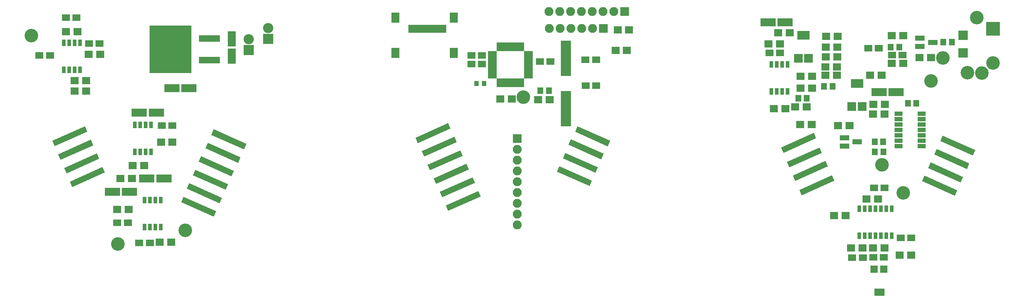
<source format=gbr>
G04 #@! TF.GenerationSoftware,KiCad,Pcbnew,no-vcs-found*
G04 #@! TF.CreationDate,2018-07-18T20:25:48+02:00*
G04 #@! TF.ProjectId,mycelium_pcb,6D7963656C69756D5F7063622E6B6963,rev?*
G04 #@! TF.SameCoordinates,Original
G04 #@! TF.FileFunction,Soldermask,Top*
G04 #@! TF.FilePolarity,Negative*
%FSLAX46Y46*%
G04 Gerber Fmt 4.6, Leading zero omitted, Abs format (unit mm)*
G04 Created by KiCad (PCBNEW no-vcs-found) date Wed Jul 18 20:25:48 2018*
%MOMM*%
%LPD*%
G01*
G04 APERTURE LIST*
%ADD10R,3.000000X2.000000*%
%ADD11R,2.000000X2.000000*%
%ADD12O,2.100000X2.100000*%
%ADD13R,2.100000X2.100000*%
%ADD14C,3.200000*%
%ADD15R,3.200000X3.200000*%
%ADD16O,2.400000X2.400000*%
%ADD17R,2.400000X2.400000*%
%ADD18C,1.400000*%
%ADD19C,0.050000*%
%ADD20R,1.900000X1.650000*%
%ADD21R,1.900000X1.000000*%
%ADD22R,2.400000X1.700000*%
%ADD23R,1.700000X1.700000*%
%ADD24R,3.600000X1.900000*%
%ADD25R,2.200000X2.200000*%
%ADD26R,1.900000X3.600000*%
%ADD27R,1.400000X1.650000*%
%ADD28R,1.900000X1.700000*%
%ADD29R,1.200000X1.900000*%
%ADD30R,1.850000X2.400000*%
%ADD31R,1.000000X1.200000*%
%ADD32R,0.908000X1.543000*%
%ADD33R,2.300000X1.200000*%
%ADD34R,2.000000X0.950000*%
%ADD35R,0.950000X2.000000*%
%ADD36R,5.000000X1.500000*%
%ADD37R,9.800000X11.200000*%
%ADD38R,2.400000X8.275000*%
G04 APERTURE END LIST*
D10*
X225526600Y-59065000D03*
D11*
X226726600Y-64465000D03*
X224326600Y-64465000D03*
D10*
X212940900Y-47749300D03*
D11*
X214140900Y-53149300D03*
X211740900Y-53149300D03*
D12*
X145707100Y-89789000D03*
X145707100Y-87249000D03*
X145707100Y-84709000D03*
X145707100Y-82169000D03*
X145707100Y-79629000D03*
X145707100Y-77089000D03*
X145707100Y-74549000D03*
D13*
X145707100Y-72009000D03*
D12*
X145707100Y-92329000D03*
D14*
X254863600Y-56603900D03*
X253644400Y-43586400D03*
D15*
X257492500Y-46215300D03*
D14*
X257492500Y-54215300D03*
D16*
X87210900Y-45999400D03*
D17*
X87210900Y-48539400D03*
D18*
X249224800Y-73672700D03*
D19*
G36*
X252776975Y-76020476D02*
X245103193Y-72603888D01*
X245672625Y-71324924D01*
X253346407Y-74741512D01*
X252776975Y-76020476D01*
X252776975Y-76020476D01*
G37*
D18*
X40627300Y-71475600D03*
D19*
G36*
X44748907Y-70406788D02*
X37075125Y-73823376D01*
X36505693Y-72544412D01*
X44179475Y-69127824D01*
X44748907Y-70406788D01*
X44748907Y-70406788D01*
G37*
D20*
X204959900Y-51879500D03*
X207459900Y-51879500D03*
D18*
X125945900Y-70739000D03*
D19*
G36*
X130067507Y-69670188D02*
X122393725Y-73086776D01*
X121824293Y-71807812D01*
X129498075Y-68391224D01*
X130067507Y-69670188D01*
X130067507Y-69670188D01*
G37*
D18*
X127406400Y-73926700D03*
D19*
G36*
X131528007Y-72857888D02*
X123854225Y-76274476D01*
X123284793Y-74995512D01*
X130958575Y-71578924D01*
X131528007Y-72857888D01*
X131528007Y-72857888D01*
G37*
D18*
X160566100Y-77711300D03*
D19*
G36*
X164118275Y-80059076D02*
X156444493Y-76642488D01*
X157013925Y-75363524D01*
X164687707Y-78780112D01*
X164118275Y-80059076D01*
X164118275Y-80059076D01*
G37*
D21*
X240710700Y-66141600D03*
X240710700Y-67411600D03*
X240710700Y-68681600D03*
X240710700Y-69951600D03*
X240710700Y-71221600D03*
X240710700Y-72491600D03*
X240710700Y-73761600D03*
X235310700Y-73761600D03*
X235310700Y-72491600D03*
X235310700Y-71221600D03*
X235310700Y-69951600D03*
X235310700Y-68681600D03*
X235310700Y-67411600D03*
X235310700Y-66141600D03*
D22*
X230833600Y-108155900D03*
D23*
X229533600Y-102755900D03*
X231833600Y-102755900D03*
D20*
X228162800Y-50736500D03*
X230662800Y-50736500D03*
D24*
X208654400Y-44653200D03*
X204654400Y-44653200D03*
D20*
X233750800Y-52400200D03*
X236250800Y-52400200D03*
D25*
X250444000Y-47747100D03*
X250444000Y-51897100D03*
D20*
X134957500Y-52425600D03*
X137457500Y-52425600D03*
X151048400Y-53911500D03*
X153548400Y-53911500D03*
X137457500Y-54483000D03*
X134957500Y-54483000D03*
D26*
X78676500Y-48584100D03*
X78676500Y-52584100D03*
D24*
X64586100Y-60185300D03*
X68586100Y-60185300D03*
D27*
X245811800Y-49314100D03*
X247811800Y-49314100D03*
X153184100Y-60731400D03*
X151184100Y-60731400D03*
X237467900Y-63703200D03*
X239467900Y-63703200D03*
X229733600Y-75184000D03*
X231733600Y-75184000D03*
X229695500Y-72732900D03*
X231695500Y-72732900D03*
X211750400Y-62560200D03*
X213750400Y-62560200D03*
X217770200Y-59740800D03*
X219770200Y-59740800D03*
X233454700Y-50482500D03*
X235454700Y-50482500D03*
D24*
X234740200Y-61074300D03*
X230740200Y-61074300D03*
D20*
X229369300Y-99974400D03*
X231869300Y-99974400D03*
X224416300Y-100025200D03*
X226916300Y-100025200D03*
X238308200Y-95364300D03*
X235808200Y-95364300D03*
X229534400Y-83591400D03*
X232034400Y-83591400D03*
X161792600Y-59537600D03*
X164292600Y-59537600D03*
X164241800Y-53441600D03*
X161741800Y-53441600D03*
X33497200Y-52476400D03*
X35997200Y-52476400D03*
X42194800Y-43561000D03*
X39694800Y-43561000D03*
X47617700Y-49644300D03*
X45117700Y-49644300D03*
D24*
X54654200Y-84582000D03*
X50654200Y-84582000D03*
X58718700Y-81407000D03*
X62718700Y-81407000D03*
D20*
X62224600Y-68986400D03*
X64724600Y-68986400D03*
D24*
X56940700Y-65874900D03*
X60940700Y-65874900D03*
D20*
X56916000Y-96545400D03*
X59416000Y-96545400D03*
X54285200Y-91821000D03*
X51785200Y-91821000D03*
D28*
X169312600Y-46405800D03*
X172012600Y-46405800D03*
D14*
X147193000Y-62306200D03*
X251460000Y-56553100D03*
X245757700Y-53086000D03*
D13*
X165976300Y-46139100D03*
D12*
X163436300Y-46139100D03*
X160896300Y-46139100D03*
X158356300Y-46139100D03*
X155816300Y-46139100D03*
X153276300Y-46139100D03*
D29*
X120752000Y-46195000D03*
X121852000Y-46195000D03*
X122952000Y-46195000D03*
X124052000Y-46195000D03*
X125152000Y-46195000D03*
X126252000Y-46195000D03*
X127352000Y-46195000D03*
X128452000Y-46195000D03*
D30*
X130827000Y-51895000D03*
X117077000Y-51895000D03*
X117077000Y-43595000D03*
X130827000Y-43595000D03*
D14*
X242887500Y-58483500D03*
D13*
X170954700Y-42138600D03*
D12*
X168414700Y-42138600D03*
X165874700Y-42138600D03*
X163334700Y-42138600D03*
X160794700Y-42138600D03*
X158254700Y-42138600D03*
X155714700Y-42138600D03*
X153174700Y-42138600D03*
D18*
X128790700Y-77139800D03*
D19*
G36*
X132912307Y-76070988D02*
X125238525Y-79487576D01*
X124669093Y-78208612D01*
X132342875Y-74792024D01*
X132912307Y-76070988D01*
X132912307Y-76070988D01*
G37*
D18*
X130225800Y-80327500D03*
D19*
G36*
X134347407Y-79258688D02*
X126673625Y-82675276D01*
X126104193Y-81396312D01*
X133777975Y-77979724D01*
X134347407Y-79258688D01*
X134347407Y-79258688D01*
G37*
D18*
X133057900Y-86690200D03*
D19*
G36*
X137179507Y-85621388D02*
X129505725Y-89037976D01*
X128936293Y-87759012D01*
X136610075Y-84342424D01*
X137179507Y-85621388D01*
X137179507Y-85621388D01*
G37*
D18*
X163449000Y-71488300D03*
D19*
G36*
X167001175Y-73836076D02*
X159327393Y-70419488D01*
X159896825Y-69140524D01*
X167570607Y-72557112D01*
X167001175Y-73836076D01*
X167001175Y-73836076D01*
G37*
D18*
X161912300Y-74536300D03*
D19*
G36*
X165464475Y-76884076D02*
X157790693Y-73467488D01*
X158360125Y-72188524D01*
X166033907Y-75605112D01*
X165464475Y-76884076D01*
X165464475Y-76884076D01*
G37*
D14*
X231394000Y-78232000D03*
D18*
X211836000Y-73025000D03*
D19*
G36*
X215957607Y-71956188D02*
X208283825Y-75372776D01*
X207714393Y-74093812D01*
X215388175Y-70677224D01*
X215957607Y-71956188D01*
X215957607Y-71956188D01*
G37*
D18*
X213169500Y-76454000D03*
D19*
G36*
X217291107Y-75385188D02*
X209617325Y-78801776D01*
X209047893Y-77522812D01*
X216721675Y-74106224D01*
X217291107Y-75385188D01*
X217291107Y-75385188D01*
G37*
D18*
X214579200Y-79629000D03*
D19*
G36*
X218700807Y-78560188D02*
X211027025Y-81976776D01*
X210457593Y-80697812D01*
X218131375Y-77281224D01*
X218700807Y-78560188D01*
X218700807Y-78560188D01*
G37*
D17*
X82677000Y-51206400D03*
D16*
X82677000Y-48666400D03*
D18*
X246354600Y-79984600D03*
D19*
G36*
X249906775Y-82332376D02*
X242232993Y-78915788D01*
X242802425Y-77636824D01*
X250476207Y-81053412D01*
X249906775Y-82332376D01*
X249906775Y-82332376D01*
G37*
D14*
X236372400Y-84823300D03*
D18*
X131673600Y-83489800D03*
D19*
G36*
X135795207Y-82420988D02*
X128121425Y-85837576D01*
X127551993Y-84558612D01*
X135225775Y-81142024D01*
X135795207Y-82420988D01*
X135795207Y-82420988D01*
G37*
D18*
X159169100Y-80873600D03*
D19*
G36*
X162721275Y-83221376D02*
X155047493Y-79804788D01*
X155616925Y-78525824D01*
X163290707Y-81942412D01*
X162721275Y-83221376D01*
X162721275Y-83221376D01*
G37*
D18*
X216103200Y-83019900D03*
D19*
G36*
X220224807Y-81951088D02*
X212551025Y-85367676D01*
X211981593Y-84088712D01*
X219655375Y-80672124D01*
X220224807Y-81951088D01*
X220224807Y-81951088D01*
G37*
D18*
X247802400Y-76822300D03*
D19*
G36*
X251354575Y-79170076D02*
X243680793Y-75753488D01*
X244250225Y-74474524D01*
X251924007Y-77891112D01*
X251354575Y-79170076D01*
X251354575Y-79170076D01*
G37*
D18*
X244957600Y-83108800D03*
D19*
G36*
X248509775Y-85456576D02*
X240835993Y-82039988D01*
X241405425Y-80761024D01*
X249079207Y-84177612D01*
X248509775Y-85456576D01*
X248509775Y-85456576D01*
G37*
D14*
X31559500Y-47802800D03*
X51917600Y-96786700D03*
X67729100Y-93599000D03*
D18*
X78003400Y-72199500D03*
D19*
G36*
X81555575Y-74547276D02*
X73881793Y-71130688D01*
X74451225Y-69851724D01*
X82125007Y-73268312D01*
X81555575Y-74547276D01*
X81555575Y-74547276D01*
G37*
D18*
X76606400Y-75387200D03*
D19*
G36*
X80158575Y-77734976D02*
X72484793Y-74318388D01*
X73054225Y-73039424D01*
X80728007Y-76456012D01*
X80158575Y-77734976D01*
X80158575Y-77734976D01*
G37*
D18*
X75044300Y-78536800D03*
D19*
G36*
X78596475Y-80884576D02*
X70922693Y-77467988D01*
X71492125Y-76189024D01*
X79165907Y-79605612D01*
X78596475Y-80884576D01*
X78596475Y-80884576D01*
G37*
D18*
X73672700Y-81699100D03*
D19*
G36*
X77224875Y-84046876D02*
X69551093Y-80630288D01*
X70120525Y-79351324D01*
X77794307Y-82767912D01*
X77224875Y-84046876D01*
X77224875Y-84046876D01*
G37*
D18*
X72250300Y-84886800D03*
D19*
G36*
X75802475Y-87234576D02*
X68128693Y-83817988D01*
X68698125Y-82539024D01*
X76371907Y-85955612D01*
X75802475Y-87234576D01*
X75802475Y-87234576D01*
G37*
D18*
X70916800Y-88061800D03*
D19*
G36*
X74468975Y-90409576D02*
X66795193Y-86992988D01*
X67364625Y-85714024D01*
X75038407Y-89130612D01*
X74468975Y-90409576D01*
X74468975Y-90409576D01*
G37*
D18*
X42024300Y-74650600D03*
D19*
G36*
X46145907Y-73581788D02*
X38472125Y-76998376D01*
X37902693Y-75719412D01*
X45576475Y-72302824D01*
X46145907Y-73581788D01*
X46145907Y-73581788D01*
G37*
D18*
X43421300Y-77863700D03*
D19*
G36*
X47542907Y-76794888D02*
X39869125Y-80211476D01*
X39299693Y-78932512D01*
X46973475Y-75515924D01*
X47542907Y-76794888D01*
X47542907Y-76794888D01*
G37*
D18*
X44754800Y-81076800D03*
D19*
G36*
X48876407Y-80007988D02*
X41202625Y-83424576D01*
X40633193Y-82145612D01*
X48306975Y-78729024D01*
X48876407Y-80007988D01*
X48876407Y-80007988D01*
G37*
D28*
X220831400Y-55130700D03*
X218131400Y-55130700D03*
X220971100Y-47993300D03*
X218271100Y-47993300D03*
X218169500Y-52806600D03*
X220869500Y-52806600D03*
X220920300Y-50507900D03*
X218220300Y-50507900D03*
X228634300Y-57073800D03*
X231334300Y-57073800D03*
D31*
X136195700Y-59029600D03*
X137895700Y-59029600D03*
D32*
X58166000Y-92862400D03*
X59436000Y-92862400D03*
X60706000Y-92862400D03*
X61976000Y-92862400D03*
X61976000Y-86512400D03*
X60706000Y-86512400D03*
X59436000Y-86512400D03*
X58166000Y-86512400D03*
D33*
X243333400Y-49364900D03*
X240333400Y-50314900D03*
X240333400Y-48414900D03*
X222578800Y-71859100D03*
X222578800Y-73759100D03*
X225578800Y-72809100D03*
D28*
X153343600Y-62903100D03*
X150643600Y-62903100D03*
X204758300Y-49771300D03*
X207458300Y-49771300D03*
X207018900Y-47129700D03*
X209718900Y-47129700D03*
X141728200Y-62712600D03*
X144428200Y-62712600D03*
X218131400Y-57111900D03*
X220831400Y-57111900D03*
X233727000Y-47802800D03*
X236427000Y-47802800D03*
X236427000Y-54292500D03*
X233727000Y-54292500D03*
X242904000Y-52997100D03*
X240204000Y-52997100D03*
X229307400Y-66255900D03*
X232007400Y-66255900D03*
X232109000Y-63982600D03*
X229409000Y-63982600D03*
X212187800Y-68719700D03*
X214887800Y-68719700D03*
X223777800Y-68922900D03*
X221077800Y-68922900D03*
X210981300Y-64579500D03*
X213681300Y-64579500D03*
X208690200Y-64998600D03*
X205990200Y-64998600D03*
X62035700Y-72898000D03*
X64735700Y-72898000D03*
X215002100Y-57353200D03*
X212302100Y-57353200D03*
X212264000Y-60185300D03*
X214964000Y-60185300D03*
X220176100Y-90144600D03*
X222876100Y-90144600D03*
X224100400Y-97751900D03*
X226800400Y-97751900D03*
X231994700Y-97739200D03*
X229294700Y-97739200D03*
X238293900Y-99441000D03*
X235593900Y-99441000D03*
X230508800Y-86220300D03*
X227808800Y-86220300D03*
X168804600Y-51295300D03*
X171504600Y-51295300D03*
X41728400Y-60858400D03*
X44428400Y-60858400D03*
X41728400Y-58343800D03*
X44428400Y-58343800D03*
X45055800Y-52184300D03*
X47755800Y-52184300D03*
X39721800Y-46837600D03*
X42421800Y-46837600D03*
X58080900Y-78333600D03*
X55380900Y-78333600D03*
X55223400Y-81381600D03*
X52523400Y-81381600D03*
X51748700Y-88722200D03*
X54448700Y-88722200D03*
X61743600Y-96431100D03*
X64443600Y-96431100D03*
D34*
X148382300Y-57435400D03*
X148382300Y-56635400D03*
X148382300Y-55835400D03*
X148382300Y-55035400D03*
X148382300Y-54235400D03*
X148382300Y-53435400D03*
X148382300Y-52635400D03*
X148382300Y-51835400D03*
D35*
X146932300Y-50385400D03*
X146132300Y-50385400D03*
X145332300Y-50385400D03*
X144532300Y-50385400D03*
X143732300Y-50385400D03*
X142932300Y-50385400D03*
X142132300Y-50385400D03*
X141332300Y-50385400D03*
D34*
X139882300Y-51835400D03*
X139882300Y-52635400D03*
X139882300Y-53435400D03*
X139882300Y-54235400D03*
X139882300Y-55035400D03*
X139882300Y-55835400D03*
X139882300Y-56635400D03*
X139882300Y-57435400D03*
D35*
X141332300Y-58885400D03*
X142132300Y-58885400D03*
X142932300Y-58885400D03*
X143732300Y-58885400D03*
X144532300Y-58885400D03*
X145332300Y-58885400D03*
X146132300Y-58885400D03*
X146932300Y-58885400D03*
D36*
X73427900Y-53568600D03*
X73427900Y-48488600D03*
D37*
X64277900Y-51028600D03*
D32*
X205397100Y-54610000D03*
X206667100Y-54610000D03*
X207937100Y-54610000D03*
X209207100Y-54610000D03*
X209207100Y-60960000D03*
X207937100Y-60960000D03*
X206667100Y-60960000D03*
X205397100Y-60960000D03*
X226034600Y-94894400D03*
X227304600Y-94894400D03*
X228574600Y-94894400D03*
X229844600Y-94894400D03*
X231114600Y-94894400D03*
X232384600Y-94894400D03*
X233654600Y-94894400D03*
X233654600Y-88544400D03*
X232384600Y-88544400D03*
X229844600Y-88544400D03*
X228574600Y-88544400D03*
X227304600Y-88544400D03*
X226034600Y-88544400D03*
X231114600Y-88544400D03*
X39192200Y-49479200D03*
X40462200Y-49479200D03*
X41732200Y-49479200D03*
X43002200Y-49479200D03*
X43002200Y-55829200D03*
X41732200Y-55829200D03*
X40462200Y-55829200D03*
X39192200Y-55829200D03*
X55854600Y-75184000D03*
X57124600Y-75184000D03*
X58394600Y-75184000D03*
X59664600Y-75184000D03*
X59664600Y-68834000D03*
X58394600Y-68834000D03*
X57124600Y-68834000D03*
X55854600Y-68834000D03*
D38*
X157187900Y-53130200D03*
X157187900Y-65005200D03*
M02*

</source>
